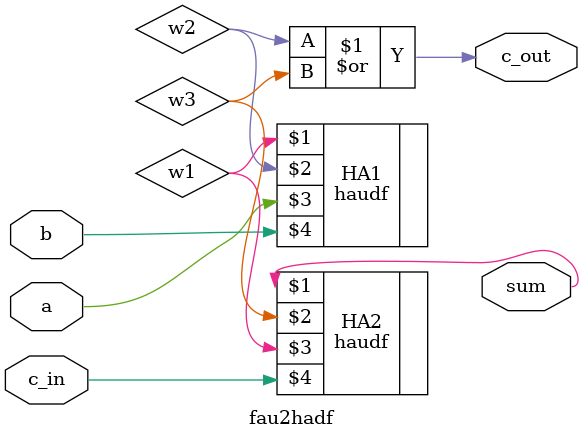
<source format=v>
module fau2hadf(sum,c_out,a,b,c_in);
	input a,b,c_in;
	output sum,c_out;
	wire w1,w2,w3;
	
	haudf HA1(w1,w2,a,b);
	haudf HA2(sum,w3,w1,c_in);
	
	or O(c_out,w2,w3);
endmodule
</source>
